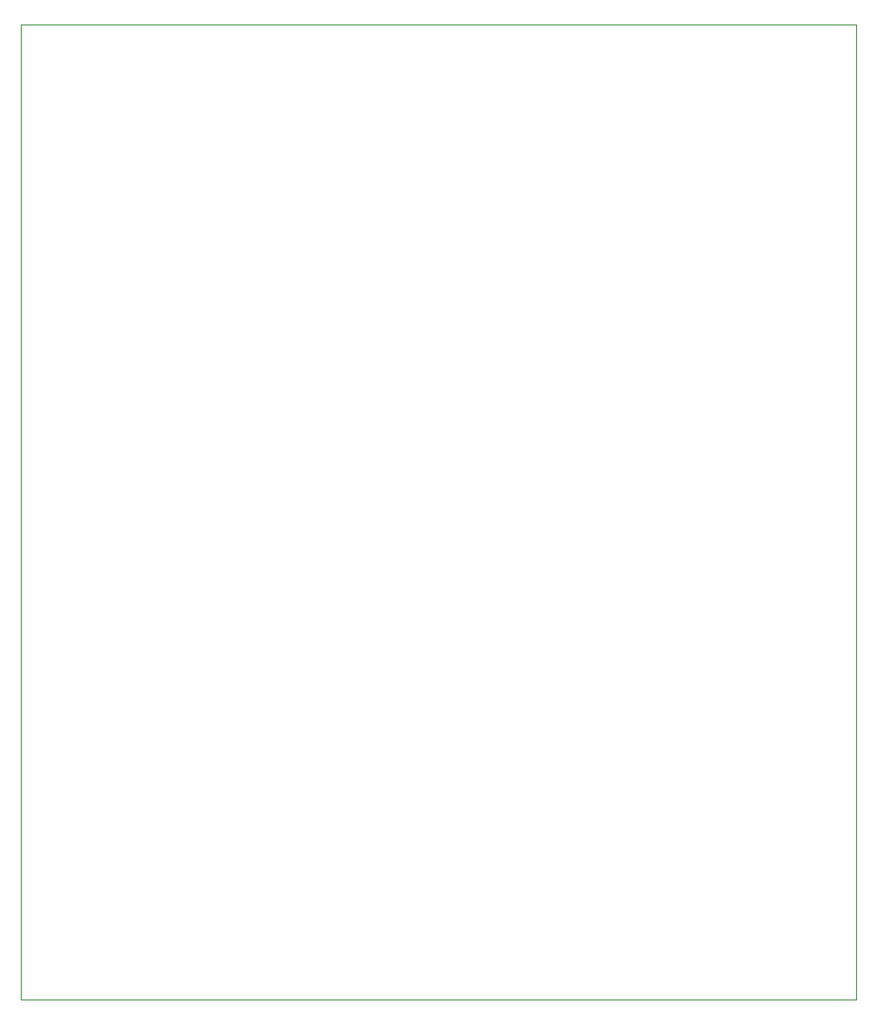
<source format=gbr>
%TF.GenerationSoftware,KiCad,Pcbnew,8.0.6*%
%TF.CreationDate,2025-08-08T18:32:04+02:00*%
%TF.ProjectId,arduinojoystick controlling,61726475-696e-46f6-9a6f-79737469636b,rev?*%
%TF.SameCoordinates,Original*%
%TF.FileFunction,Profile,NP*%
%FSLAX46Y46*%
G04 Gerber Fmt 4.6, Leading zero omitted, Abs format (unit mm)*
G04 Created by KiCad (PCBNEW 8.0.6) date 2025-08-08 18:32:04*
%MOMM*%
%LPD*%
G01*
G04 APERTURE LIST*
%TA.AperFunction,Profile*%
%ADD10C,0.050000*%
%TD*%
G04 APERTURE END LIST*
D10*
X10500000Y-16500000D02*
X88500000Y-16500000D01*
X88500000Y-107500000D01*
X10500000Y-107500000D01*
X10500000Y-16500000D01*
M02*

</source>
